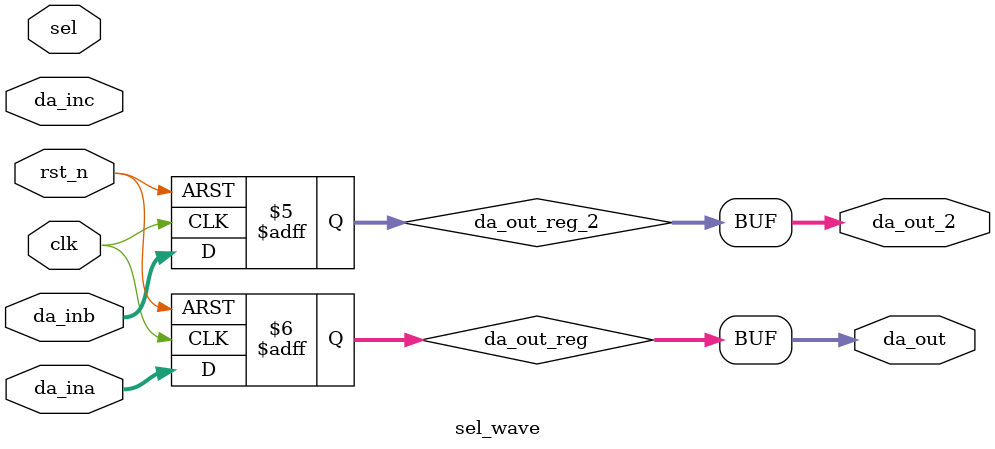
<source format=v>
module sel_wave(
	input clk,
	input rst_n,
	input [2:0] sel,
	input [13:0] da_ina,
	input [13:0] da_inb,
	input [13:0] da_inc,
	output [13:0] da_out,
	output [13:0] da_out_2
);

reg [13:0] da_out_reg;
assign da_out = da_out_reg;

always @(posedge clk or negedge rst_n)
begin
	if(!rst_n)
	begin
		da_out_reg <= 14'd0;
	end
	else
	begin 
	  da_out_reg <= da_ina;
	end
end


reg [13:0] da_out_reg_2;
assign da_out_2 = da_out_reg_2;

always @(posedge clk or negedge rst_n)
begin
	if(!rst_n)
	begin
		da_out_reg_2 <= 14'd0;
	end
	else
	begin 
	  da_out_reg_2 <= da_inb;
	end
end








endmodule 
</source>
